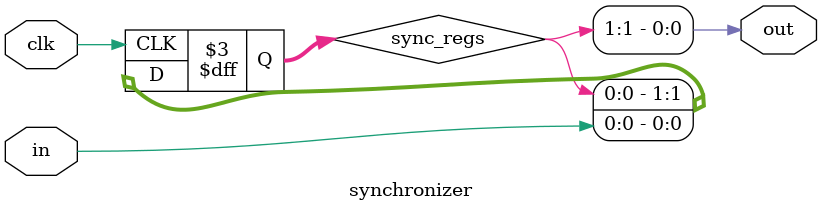
<source format=sv>
/*******************************************************************************
#
#   FILENAME: synchronizer.sv
#   AUTHOR: Greg Taylor     CREATION DATE: 31 March 2009
#
#   DESCRIPTION: Synchronize signal across time domains (2 stage)
#
#   CHANGE HISTORY:
#   31 March 2009        Greg Taylor
#       Initial version
#
#	13 March 2013		 Greg Taylor
#		Added SystemVerilog assertions to check for incorrect usage
#		From:
#		Mark Litterick, “Pragmatic Simulation-Based Verification of Clock Domain
#		Crossing Signals and Jitter Using SystemVerilog Assertions,” DVCon 2006
#  		www.verilab.com/files/sva_cdc_paper_dvcon2006.pdf
#
#******************************************************************************/
`timescale 1ns / 1ps
`default_nettype none  // disable implicit net type declarations

module synchronizer (
    input wire clk,   // clock domain of out
    input wire in, 
    output logic out       
);
    (* ASYNC_REG = "TRUE" *)
    logic [1:0] sync_regs;
    
    always_ff @(posedge clk)
    	{sync_regs[1], sync_regs[0]} <= {sync_regs[0], in};
        
    always_comb out = sync_regs[1];
endmodule

</source>
